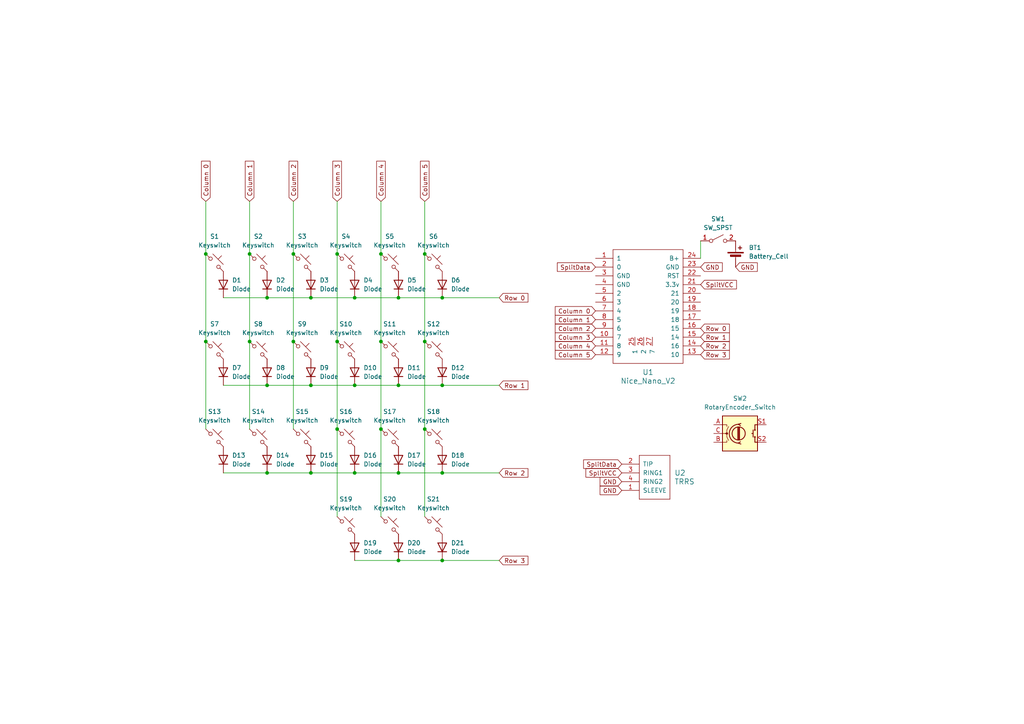
<source format=kicad_sch>
(kicad_sch (version 20250114) (generator "eeschema") (generator_version "9.0")
  (paper "A4")
  (lib_symbols
    (symbol "Device:Battery_Cell" (pin_numbers (hide yes)) (pin_names (offset 0) (hide yes))
      (property "Reference" "BT" (at 2.54 2.54 0))
      (property "Value" "Battery_Cell" (at 2.54 0 0))
      (symbol "Battery_Cell_0_1"
        (rectangle (start -2.286 1.778) (end 2.286 1.524) (fill (type outline)))
        (rectangle (start -1.524 1.016) (end 1.524 0.508) (fill (type outline)))
        (polyline (pts (xy 0 1.778) (xy 0 2.54)))
        (polyline (pts (xy 0 0.762) (xy 0 0)))
        (polyline (pts (xy 0.762 3.048) (xy 1.778 3.048)) (stroke (width 0.254)))
        (polyline (pts (xy 1.27 3.556) (xy 1.27 2.54)) (stroke (width 0.254)))
      )
      (symbol "Battery_Cell_1_1"
        (pin passive line (at 0 5.08 270) (length 2.54) (name "+") (number "1"))
        (pin passive line (at 0 -2.54 90) (length 2.54) (name "-") (number "2"))
      )
    )
    (symbol "Device:RotaryEncoder_Switch" (pin_names (offset 0.254) (hide yes))
      (property "Reference" "SW" (at 0 6.604 0))
      (property "Value" "RotaryEncoder_Switch" (at 0 -6.604 0))
      (symbol "RotaryEncoder_Switch_0_1"
        (rectangle (start -5.08 5.08) (end 5.08 -5.08) (stroke (width 0.254)) (fill (type background)))
        (polyline (pts (xy -5.08 2.54) (xy -3.81 2.54) (xy -3.81 2.032)))
        (polyline (pts (xy -5.08 0) (xy -3.81 0) (xy -3.81 -1.016) (xy -3.302 -2.032)))
        (polyline (pts (xy -5.08 -2.54) (xy -3.81 -2.54) (xy -3.81 -2.032)))
        (polyline (pts (xy -4.318 0) (xy -3.81 0) (xy -3.81 1.016) (xy -3.302 2.032)))
        (circle (center -3.81 0) (radius 0.254) (fill (type outline)))
        (polyline (pts (xy -0.635 -1.778) (xy -0.635 1.778)) (stroke (width 0.254)))
        (circle (center -0.381 0) (radius 1.905) (stroke (width 0.254)))
        (polyline (pts (xy -0.381 -1.778) (xy -0.381 1.778)) (stroke (width 0.254)))
        (arc (start -0.381 -2.794) (mid -3.0988 -0.0635) (end -0.381 2.667) (stroke (width 0.254)))
        (polyline (pts (xy -0.127 1.778) (xy -0.127 -1.778)) (stroke (width 0.254)))
        (polyline (pts (xy 0.254 2.921) (xy -0.508 2.667) (xy 0.127 2.286)) (stroke (width 0.254)))
        (polyline (pts (xy 0.254 -3.048) (xy -0.508 -2.794) (xy 0.127 -2.413)) (stroke (width 0.254)))
        (polyline (pts (xy 3.81 1.016) (xy 3.81 -1.016)) (stroke (width 0.254)))
        (polyline (pts (xy 3.81 0) (xy 3.429 0)) (stroke (width 0.254)))
        (circle (center 4.318 1.016) (radius 0.127) (stroke (width 0.254)))
        (circle (center 4.318 -1.016) (radius 0.127) (stroke (width 0.254)))
        (polyline (pts (xy 5.08 2.54) (xy 4.318 2.54) (xy 4.318 1.016)) (stroke (width 0.254)))
        (polyline (pts (xy 5.08 -2.54) (xy 4.318 -2.54) (xy 4.318 -1.016)) (stroke (width 0.254)))
      )
      (symbol "RotaryEncoder_Switch_1_1"
        (pin passive line (at -7.62 2.54 0) (length 2.54) (name "A") (number "A"))
        (pin passive line (at -7.62 0 0) (length 2.54) (name "C") (number "C"))
        (pin passive line (at -7.62 -2.54 0) (length 2.54) (name "B") (number "B"))
        (pin passive line (at 7.62 2.54 180) (length 2.54) (name "S1") (number "S1"))
        (pin passive line (at 7.62 -2.54 180) (length 2.54) (name "S2") (number "S2"))
      )
    )
    (symbol "ScottoKeebs:MCU_Nice_Nano_V2" (pin_names (offset 1.016))
      (property "Reference" "U" (at 0 0 0))
      (property "Value" "Nice_Nano_V2" (at 0 -19.05 0))
      (symbol "MCU_Nice_Nano_V2_0_1"
        (rectangle (start -10.16 16.51) (end 10.16 -16.51))
      )
      (symbol "MCU_Nice_Nano_V2_1_1"
        (pin input line (at -15.24 13.97 0) (length 5.08) (name "1") (number "1"))
        (pin input line (at -15.24 11.43 0) (length 5.08) (name "0") (number "2"))
        (pin input line (at -15.24 8.89 0) (length 5.08) (name "GND") (number "3"))
        (pin input line (at -15.24 6.35 0) (length 5.08) (name "GND") (number "4"))
        (pin input line (at -15.24 3.81 0) (length 5.08) (name "2") (number "5"))
        (pin input line (at -15.24 1.27 0) (length 5.08) (name "3") (number "6"))
        (pin input line (at -15.24 -1.27 0) (length 5.08) (name "4") (number "7"))
        (pin input line (at -15.24 -3.81 0) (length 5.08) (name "5") (number "8"))
        (pin input line (at -15.24 -6.35 0) (length 5.08) (name "6") (number "9"))
        (pin input line (at -15.24 -8.89 0) (length 5.08) (name "7") (number "10"))
        (pin input line (at -15.24 -11.43 0) (length 5.08) (name "8") (number "11"))
        (pin input line (at -15.24 -13.97 0) (length 5.08) (name "9") (number "12"))
        (pin input line (at -3.81 -8.89 270) (length 2.5) (name "1") (number "25"))
        (pin input line (at -1.27 -8.89 270) (length 2.5) (name "2") (number "26"))
        (pin input line (at 1.27 -8.89 270) (length 2.5) (name "7") (number "27"))
        (pin input line (at 15.24 13.97 180) (length 5.08) (name "B+") (number "24"))
        (pin input line (at 15.24 11.43 180) (length 5.08) (name "GND") (number "23"))
        (pin input line (at 15.24 8.89 180) (length 5.08) (name "RST") (number "22"))
        (pin input line (at 15.24 6.35 180) (length 5.08) (name "3.3v") (number "21"))
        (pin input line (at 15.24 3.81 180) (length 5.08) (name "21") (number "20"))
        (pin input line (at 15.24 1.27 180) (length 5.08) (name "20") (number "19"))
        (pin input line (at 15.24 -1.27 180) (length 5.08) (name "19") (number "18"))
        (pin input line (at 15.24 -3.81 180) (length 5.08) (name "18") (number "17"))
        (pin input line (at 15.24 -6.35 180) (length 5.08) (name "15") (number "16"))
        (pin input line (at 15.24 -8.89 180) (length 5.08) (name "14") (number "15"))
        (pin input line (at 15.24 -11.43 180) (length 5.08) (name "16") (number "14"))
        (pin input line (at 15.24 -13.97 180) (length 5.08) (name "10") (number "13"))
      )
    )
    (symbol "ScottoKeebs:Placeholder_Diode" (pin_numbers (hide yes)) (pin_names (hide yes))
      (property "Reference" "D" (at 0 2.54 0))
      (property "Value" "Diode" (at 0 -2.54 0))
      (symbol "Placeholder_Diode_0_1"
        (polyline (pts (xy -1.27 1.27) (xy -1.27 -1.27)) (stroke (width 0.254)))
        (polyline (pts (xy 1.27 1.27) (xy 1.27 -1.27) (xy -1.27 0) (xy 1.27 1.27)) (stroke (width 0.254)))
        (polyline (pts (xy 1.27 0) (xy -1.27 0)))
      )
      (symbol "Placeholder_Diode_1_1"
        (pin passive line (at -3.81 0 0) (length 2.54) (name "K") (number "1"))
        (pin passive line (at 3.81 0 180) (length 2.54) (name "A") (number "2"))
      )
    )
    (symbol "ScottoKeebs:Placeholder_Keyswitch" (pin_numbers (hide yes)) (pin_names (offset 1.016) (hide yes))
      (property "Reference" "S" (at 3.048 1.016 0))
      (property "Value" "Keyswitch" (at 0 -3.81 0))
      (symbol "Placeholder_Keyswitch_0_1"
        (polyline (pts (xy -2.54 2.54) (xy -1.524 1.524) (xy -1.524 1.524)))
        (circle (center -1.1684 1.1684) (radius 0.508))
        (polyline (pts (xy -0.508 2.54) (xy 2.54 -0.508)))
        (polyline (pts (xy 1.016 1.016) (xy 2.032 2.032)))
        (circle (center 1.143 -1.1938) (radius 0.508))
        (polyline (pts (xy 1.524 -1.524) (xy 2.54 -2.54) (xy 2.54 -2.54) (xy 2.54 -2.54)))
        (pin passive line (at -2.54 2.54 0) (length 0) (name "1") (number "1"))
        (pin passive line (at 2.54 -2.54 180) (length 0) (name "2") (number "2"))
      )
    )
    (symbol "ScottoKeebs:Placeholder_TRRS" (pin_names (offset 1.016))
      (property "Reference" "U" (at 0 15.24 0))
      (property "Value" "TRRS" (at 0 -2.54 0))
      (symbol "Placeholder_TRRS_0_1"
        (rectangle (start -3.81 12.7) (end 5.08 12.7))
        (rectangle (start -3.81 0) (end -3.81 12.7))
        (rectangle (start -3.81 0) (end 5.08 0))
        (rectangle (start 5.08 12.7) (end 5.08 0))
      )
      (symbol "Placeholder_TRRS_1_1"
        (pin input line (at -8.89 10.16 0) (length 5.08) (name "TIP") (number "2"))
        (pin input line (at -8.89 7.62 0) (length 5.08) (name "RING1") (number "3"))
        (pin input line (at -8.89 5.08 0) (length 5.08) (name "RING2") (number "4"))
        (pin input line (at -8.89 2.54 0) (length 5.08) (name "SLEEVE") (number "1"))
      )
    )
    (symbol "Switch:SW_SPST" (pin_names (offset 0) (hide yes))
      (property "Reference" "SW" (at 0 3.175 0))
      (property "Value" "SW_SPST" (at 0 -2.54 0))
      (symbol "SW_SPST_0_0"
        (circle (center -2.032 0) (radius 0.508))
        (polyline (pts (xy -1.524 0.254) (xy 1.524 1.778)))
        (circle (center 2.032 0) (radius 0.508))
      )
      (symbol "SW_SPST_1_1"
        (pin passive line (at -5.08 0 0) (length 2.54) (name "A") (number "1"))
        (pin passive line (at 5.08 0 180) (length 2.54) (name "B") (number "2"))
      )
    )
  )
  (junction (at 97.79 73.66))
  (junction (at 97.79 99.06))
  (junction (at 85.09 73.66))
  (junction (at 123.19 124.46))
  (junction (at 110.49 124.46))
  (junction (at 128.27 111.76))
  (junction (at 102.87 111.76))
  (junction (at 123.19 73.66))
  (junction (at 72.39 73.66))
  (junction (at 115.57 162.56))
  (junction (at 59.69 73.66))
  (junction (at 123.19 99.06))
  (junction (at 97.79 124.46))
  (junction (at 59.69 99.06))
  (junction (at 77.47 86.36))
  (junction (at 72.39 99.06))
  (junction (at 90.17 111.76))
  (junction (at 77.47 137.16))
  (junction (at 102.87 86.36))
  (junction (at 115.57 137.16))
  (junction (at 110.49 73.66))
  (junction (at 90.17 137.16))
  (junction (at 102.87 137.16))
  (junction (at 128.27 137.16))
  (junction (at 90.17 86.36))
  (junction (at 85.09 99.06))
  (junction (at 77.47 111.76))
  (junction (at 128.27 162.56))
  (junction (at 115.57 86.36))
  (junction (at 110.49 99.06))
  (junction (at 115.57 111.76))
  (junction (at 128.27 86.36))
  (wire (pts (xy 85.09 99.06) (xy 85.09 124.46)))
  (wire (pts (xy 128.27 137.16) (xy 144.78 137.16)))
  (wire (pts (xy 110.49 58.42) (xy 110.49 73.66)))
  (wire (pts (xy 90.17 111.76) (xy 102.87 111.76)))
  (wire (pts (xy 97.79 99.06) (xy 97.79 124.46)))
  (wire (pts (xy 90.17 137.16) (xy 102.87 137.16)))
  (wire (pts (xy 97.79 73.66) (xy 97.79 99.06)))
  (wire (pts (xy 115.57 162.56) (xy 128.27 162.56)))
  (wire (pts (xy 203.2 69.85) (xy 203.2 74.93)))
  (wire (pts (xy 59.69 58.42) (xy 59.69 73.66)))
  (wire (pts (xy 72.39 73.66) (xy 72.39 99.06)))
  (wire (pts (xy 102.87 111.76) (xy 115.57 111.76)))
  (wire (pts (xy 128.27 162.56) (xy 144.78 162.56)))
  (wire (pts (xy 110.49 73.66) (xy 110.49 99.06)))
  (wire (pts (xy 144.78 86.36) (xy 128.27 86.36)))
  (wire (pts (xy 64.77 111.76) (xy 77.47 111.76)))
  (wire (pts (xy 72.39 58.42) (xy 72.39 73.66)))
  (wire (pts (xy 64.77 137.16) (xy 77.47 137.16)))
  (wire (pts (xy 64.77 86.36) (xy 77.47 86.36)))
  (wire (pts (xy 123.19 73.66) (xy 123.19 99.06)))
  (wire (pts (xy 115.57 137.16) (xy 128.27 137.16)))
  (wire (pts (xy 85.09 73.66) (xy 85.09 99.06)))
  (wire (pts (xy 77.47 111.76) (xy 90.17 111.76)))
  (wire (pts (xy 115.57 86.36) (xy 128.27 86.36)))
  (wire (pts (xy 59.69 99.06) (xy 59.69 124.46)))
  (wire (pts (xy 115.57 111.76) (xy 128.27 111.76)))
  (wire (pts (xy 123.19 99.06) (xy 123.19 124.46)))
  (wire (pts (xy 97.79 124.46) (xy 97.79 149.86)))
  (wire (pts (xy 77.47 137.16) (xy 90.17 137.16)))
  (wire (pts (xy 97.79 58.42) (xy 97.79 73.66)))
  (wire (pts (xy 102.87 137.16) (xy 115.57 137.16)))
  (wire (pts (xy 90.17 86.36) (xy 102.87 86.36)))
  (wire (pts (xy 59.69 73.66) (xy 59.69 99.06)))
  (wire (pts (xy 72.39 99.06) (xy 72.39 124.46)))
  (wire (pts (xy 144.78 111.76) (xy 128.27 111.76)))
  (wire (pts (xy 123.19 124.46) (xy 123.19 149.86)))
  (wire (pts (xy 123.19 58.42) (xy 123.19 73.66)))
  (wire (pts (xy 102.87 86.36) (xy 115.57 86.36)))
  (wire (pts (xy 110.49 124.46) (xy 110.49 149.86)))
  (wire (pts (xy 85.09 58.42) (xy 85.09 73.66)))
  (wire (pts (xy 77.47 86.36) (xy 90.17 86.36)))
  (wire (pts (xy 102.87 162.56) (xy 115.57 162.56)))
  (wire (pts (xy 110.49 99.06) (xy 110.49 124.46)))
  (global_label "Column 2" (shape input) (at 85.09 58.42 90) (property "Intersheetrefs" "${INTERSHEET_REFS}" (effects (hide yes))))
  (global_label "GND" (shape input) (at 180.34 142.24 180) (property "Intersheetrefs" "${INTERSHEET_REFS}" (effects (hide yes))))
  (global_label "Row 1" (shape input) (at 144.78 111.76 0) (property "Intersheetrefs" "${INTERSHEET_REFS}" (effects (hide yes))))
  (global_label "SplitVCC" (shape input) (at 180.34 137.16 180) (property "Intersheetrefs" "${INTERSHEET_REFS}" (effects (hide yes))))
  (global_label "Column 5" (shape input) (at 123.19 58.42 90) (property "Intersheetrefs" "${INTERSHEET_REFS}" (effects (hide yes))))
  (global_label "Row 3" (shape input) (at 144.78 162.56 0) (property "Intersheetrefs" "${INTERSHEET_REFS}" (effects (hide yes))))
  (global_label "Column 3" (shape input) (at 172.72 97.79 180) (property "Intersheetrefs" "${INTERSHEET_REFS}" (effects (hide yes))))
  (global_label "Row 2" (shape input) (at 203.2 100.33 0) (property "Intersheetrefs" "${INTERSHEET_REFS}" (effects (hide yes))))
  (global_label "Column 1" (shape input) (at 172.72 92.71 180) (property "Intersheetrefs" "${INTERSHEET_REFS}" (effects (hide yes))))
  (global_label "Column 1" (shape input) (at 72.39 58.42 90) (property "Intersheetrefs" "${INTERSHEET_REFS}" (effects (hide yes))))
  (global_label "Row 0" (shape input) (at 203.2 95.25 0) (property "Intersheetrefs" "${INTERSHEET_REFS}" (effects (hide yes))))
  (global_label "Column 5" (shape input) (at 172.72 102.87 180) (property "Intersheetrefs" "${INTERSHEET_REFS}" (effects (hide yes))))
  (global_label "Column 4" (shape input) (at 172.72 100.33 180) (property "Intersheetrefs" "${INTERSHEET_REFS}" (effects (hide yes))))
  (global_label "SplitData" (shape input) (at 180.34 134.62 180) (property "Intersheetrefs" "${INTERSHEET_REFS}" (effects (hide yes))))
  (global_label "GND" (shape input) (at 180.34 139.7 180) (property "Intersheetrefs" "${INTERSHEET_REFS}" (effects (hide yes))))
  (global_label "Column 3" (shape input) (at 97.79 58.42 90) (property "Intersheetrefs" "${INTERSHEET_REFS}" (effects (hide yes))))
  (global_label "Row 1" (shape input) (at 203.2 97.79 0) (property "Intersheetrefs" "${INTERSHEET_REFS}" (effects (hide yes))))
  (global_label "SplitData" (shape input) (at 172.72 77.47 180) (property "Intersheetrefs" "${INTERSHEET_REFS}" (effects (hide yes))))
  (global_label "Row 3" (shape input) (at 203.2 102.87 0) (property "Intersheetrefs" "${INTERSHEET_REFS}" (effects (hide yes))))
  (global_label "GND" (shape input) (at 203.2 77.47 0) (property "Intersheetrefs" "${INTERSHEET_REFS}" (effects (hide yes))))
  (global_label "Column 0" (shape input) (at 172.72 90.17 180) (property "Intersheetrefs" "${INTERSHEET_REFS}" (effects (hide yes))))
  (global_label "SplitVCC" (shape input) (at 203.2 82.55 0) (property "Intersheetrefs" "${INTERSHEET_REFS}" (effects (hide yes))))
  (global_label "Column 0" (shape input) (at 59.69 58.42 90) (property "Intersheetrefs" "${INTERSHEET_REFS}" (effects (hide yes))))
  (global_label "Column 4" (shape input) (at 110.49 58.42 90) (property "Intersheetrefs" "${INTERSHEET_REFS}" (effects (hide yes))))
  (global_label "Row 2" (shape input) (at 144.78 137.16 0) (property "Intersheetrefs" "${INTERSHEET_REFS}" (effects (hide yes))))
  (global_label "Column 2" (shape input) (at 172.72 95.25 180) (property "Intersheetrefs" "${INTERSHEET_REFS}" (effects (hide yes))))
  (global_label "GND" (shape input) (at 213.36 77.47 0) (property "Intersheetrefs" "${INTERSHEET_REFS}" (effects (hide yes))))
  (global_label "Row 0" (shape input) (at 144.78 86.36 0) (property "Intersheetrefs" "${INTERSHEET_REFS}" (effects (hide yes))))
  (symbol (lib_id "ScottoKeebs:Placeholder_Keyswitch") (at 113.03 152.4 0) (unit 1)
    (property "Reference" "S20" (at 113.03 144.78 0))
    (property "Value" "Keyswitch" (at 113.03 147.32 0))
    (property "Footprint" "ScottoKeebs_Hotswap:Hotswap_Choc_V1_1.00u" (effects (hide yes)))
    (property "Description" "Push button switch, normally open, two pins, 45° tilted" (effects (hide yes)))
  )
  (symbol (lib_id "ScottoKeebs:Placeholder_Keyswitch") (at 74.93 127 0) (unit 1)
    (property "Reference" "S14" (at 74.93 119.38 0))
    (property "Value" "Keyswitch" (at 74.93 121.92 0))
    (property "Footprint" "ScottoKeebs_Hotswap:Hotswap_Choc_V1_1.00u" (effects (hide yes)))
    (property "Description" "Push button switch, normally open, two pins, 45° tilted" (effects (hide yes)))
  )
  (symbol (lib_id "ScottoKeebs:Placeholder_Keyswitch") (at 125.73 76.2 0) (unit 1)
    (property "Reference" "S6" (at 125.73 68.58 0))
    (property "Value" "Keyswitch" (at 125.73 71.12 0))
    (property "Footprint" "ScottoKeebs_Hotswap:Hotswap_Choc_V1_1.00u" (effects (hide yes)))
    (property "Description" "Push button switch, normally open, two pins, 45° tilted" (effects (hide yes)))
  )
  (symbol (lib_id "ScottoKeebs:Placeholder_Keyswitch") (at 74.93 76.2 0) (unit 1)
    (property "Reference" "S2" (at 74.93 68.58 0))
    (property "Value" "Keyswitch" (at 74.93 71.12 0))
    (property "Footprint" "ScottoKeebs_Hotswap:Hotswap_Choc_V1_1.00u" (effects (hide yes)))
    (property "Description" "Push button switch, normally open, two pins, 45° tilted" (effects (hide yes)))
  )
  (symbol (lib_id "ScottoKeebs:Placeholder_Diode") (at 77.47 107.95 90) (unit 1)
    (property "Reference" "D8" (at 80.01 106.6799 90) (effects (justify right)))
    (property "Value" "Diode" (at 80.01 109.2199 90) (effects (justify right)))
    (property "Footprint" "ScottoKeebs_Components:Diode_SOD-123" (effects (hide yes)))
    (property "Description" "1N4148 (DO-35) or 1N4148W (SOD-123)" (effects (hide yes)))
    (property "Sim.Device" "D" (effects (hide yes)))
    (property "Sim.Pins" "1=K 2=A" (effects (hide yes)))
  )
  (symbol (lib_id "ScottoKeebs:Placeholder_Keyswitch") (at 100.33 152.4 0) (unit 1)
    (property "Reference" "S19" (at 100.33 144.78 0))
    (property "Value" "Keyswitch" (at 100.33 147.32 0))
    (property "Footprint" "ScottoKeebs_Hotswap:Hotswap_Choc_V1_1.00u" (effects (hide yes)))
    (property "Description" "Push button switch, normally open, two pins, 45° tilted" (effects (hide yes)))
  )
  (symbol (lib_id "Device:RotaryEncoder_Switch") (at 214.63 125.73 0) (unit 1)
    (property "Reference" "SW2" (at 214.63 115.57 0))
    (property "Value" "RotaryEncoder_Switch" (at 214.63 118.11 0))
    (property "Footprint" "ScottoKeebs_Scotto:Encoder_EC11_MX" (effects (hide yes)))
    (property "Description" "Rotary encoder, dual channel, incremental quadrate outputs, with switch" (effects (hide yes)))
  )
  (symbol (lib_id "ScottoKeebs:Placeholder_Keyswitch") (at 87.63 127 0) (unit 1)
    (property "Reference" "S15" (at 87.63 119.38 0))
    (property "Value" "Keyswitch" (at 87.63 121.92 0))
    (property "Footprint" "ScottoKeebs_Hotswap:Hotswap_Choc_V1_1.00u" (effects (hide yes)))
    (property "Description" "Push button switch, normally open, two pins, 45° tilted" (effects (hide yes)))
  )
  (symbol (lib_id "ScottoKeebs:Placeholder_Keyswitch") (at 74.93 101.6 0) (unit 1)
    (property "Reference" "S8" (at 74.93 93.98 0))
    (property "Value" "Keyswitch" (at 74.93 96.52 0))
    (property "Footprint" "ScottoKeebs_Hotswap:Hotswap_Choc_V1_1.00u" (effects (hide yes)))
    (property "Description" "Push button switch, normally open, two pins, 45° tilted" (effects (hide yes)))
  )
  (symbol (lib_id "ScottoKeebs:Placeholder_TRRS") (at 189.23 144.78 0) (unit 1)
    (property "Reference" "U2" (at 195.58 137.1599 0) (effects (font (size 1.524 1.524)) (justify left)))
    (property "Value" "TRRS" (at 195.58 139.6999 0) (effects (font (size 1.524 1.524)) (justify left)))
    (property "Footprint" "ScottoKeebs_Components:TRRS_PJ-320A" (effects (hide yes)))
  )
  (symbol (lib_id "ScottoKeebs:MCU_Nice_Nano_V2") (at 187.96 88.9 0) (unit 1)
    (property "Reference" "U1" (at 187.96 107.95 0) (effects (font (size 1.524 1.524))))
    (property "Value" "Nice_Nano_V2" (at 187.96 110.49 0) (effects (font (size 1.524 1.524))))
    (property "Footprint" "ScottoKeebs_MCU:Nice_Nano_V2" (effects (hide yes)))
  )
  (symbol (lib_id "ScottoKeebs:Placeholder_Diode") (at 115.57 107.95 90) (unit 1)
    (property "Reference" "D11" (at 118.11 106.6799 90) (effects (justify right)))
    (property "Value" "Diode" (at 118.11 109.2199 90) (effects (justify right)))
    (property "Footprint" "ScottoKeebs_Components:Diode_SOD-123" (effects (hide yes)))
    (property "Description" "1N4148 (DO-35) or 1N4148W (SOD-123)" (effects (hide yes)))
    (property "Sim.Device" "D" (effects (hide yes)))
    (property "Sim.Pins" "1=K 2=A" (effects (hide yes)))
  )
  (symbol (lib_id "ScottoKeebs:Placeholder_Diode") (at 77.47 82.55 90) (unit 1)
    (property "Reference" "D2" (at 80.01 81.2799 90) (effects (justify right)))
    (property "Value" "Diode" (at 80.01 83.8199 90) (effects (justify right)))
    (property "Footprint" "ScottoKeebs_Components:Diode_SOD-123" (effects (hide yes)))
    (property "Description" "1N4148 (DO-35) or 1N4148W (SOD-123)" (effects (hide yes)))
    (property "Sim.Device" "D" (effects (hide yes)))
    (property "Sim.Pins" "1=K 2=A" (effects (hide yes)))
  )
  (symbol (lib_id "ScottoKeebs:Placeholder_Diode") (at 64.77 133.35 90) (unit 1)
    (property "Reference" "D13" (at 67.31 132.0799 90) (effects (justify right)))
    (property "Value" "Diode" (at 67.31 134.6199 90) (effects (justify right)))
    (property "Footprint" "ScottoKeebs_Components:Diode_SOD-123" (effects (hide yes)))
    (property "Description" "1N4148 (DO-35) or 1N4148W (SOD-123)" (effects (hide yes)))
    (property "Sim.Device" "D" (effects (hide yes)))
    (property "Sim.Pins" "1=K 2=A" (effects (hide yes)))
  )
  (symbol (lib_id "ScottoKeebs:Placeholder_Diode") (at 115.57 158.75 90) (unit 1)
    (property "Reference" "D20" (at 118.11 157.4799 90) (effects (justify right)))
    (property "Value" "Diode" (at 118.11 160.0199 90) (effects (justify right)))
    (property "Footprint" "ScottoKeebs_Components:Diode_SOD-123" (effects (hide yes)))
    (property "Description" "1N4148 (DO-35) or 1N4148W (SOD-123)" (effects (hide yes)))
    (property "Sim.Device" "D" (effects (hide yes)))
    (property "Sim.Pins" "1=K 2=A" (effects (hide yes)))
  )
  (symbol (lib_id "ScottoKeebs:Placeholder_Keyswitch") (at 62.23 101.6 0) (unit 1)
    (property "Reference" "S7" (at 62.23 93.98 0))
    (property "Value" "Keyswitch" (at 62.23 96.52 0))
    (property "Footprint" "ScottoKeebs_Hotswap:Hotswap_Choc_V1_1.00u" (effects (hide yes)))
    (property "Description" "Push button switch, normally open, two pins, 45° tilted" (effects (hide yes)))
  )
  (symbol (lib_id "ScottoKeebs:Placeholder_Diode") (at 128.27 133.35 90) (unit 1)
    (property "Reference" "D18" (at 130.81 132.0799 90) (effects (justify right)))
    (property "Value" "Diode" (at 130.81 134.6199 90) (effects (justify right)))
    (property "Footprint" "ScottoKeebs_Components:Diode_SOD-123" (effects (hide yes)))
    (property "Description" "1N4148 (DO-35) or 1N4148W (SOD-123)" (effects (hide yes)))
    (property "Sim.Device" "D" (effects (hide yes)))
    (property "Sim.Pins" "1=K 2=A" (effects (hide yes)))
  )
  (symbol (lib_id "ScottoKeebs:Placeholder_Keyswitch") (at 87.63 76.2 0) (unit 1)
    (property "Reference" "S3" (at 87.63 68.58 0))
    (property "Value" "Keyswitch" (at 87.63 71.12 0))
    (property "Footprint" "ScottoKeebs_Hotswap:Hotswap_Choc_V1_1.00u" (effects (hide yes)))
    (property "Description" "Push button switch, normally open, two pins, 45° tilted" (effects (hide yes)))
  )
  (symbol (lib_id "ScottoKeebs:Placeholder_Diode") (at 128.27 158.75 90) (unit 1)
    (property "Reference" "D21" (at 130.81 157.4799 90) (effects (justify right)))
    (property "Value" "Diode" (at 130.81 160.0199 90) (effects (justify right)))
    (property "Footprint" "ScottoKeebs_Components:Diode_SOD-123" (effects (hide yes)))
    (property "Description" "1N4148 (DO-35) or 1N4148W (SOD-123)" (effects (hide yes)))
    (property "Sim.Device" "D" (effects (hide yes)))
    (property "Sim.Pins" "1=K 2=A" (effects (hide yes)))
  )
  (symbol (lib_id "ScottoKeebs:Placeholder_Diode") (at 77.47 133.35 90) (unit 1)
    (property "Reference" "D14" (at 80.01 132.0799 90) (effects (justify right)))
    (property "Value" "Diode" (at 80.01 134.6199 90) (effects (justify right)))
    (property "Footprint" "ScottoKeebs_Components:Diode_SOD-123" (effects (hide yes)))
    (property "Description" "1N4148 (DO-35) or 1N4148W (SOD-123)" (effects (hide yes)))
    (property "Sim.Device" "D" (effects (hide yes)))
    (property "Sim.Pins" "1=K 2=A" (effects (hide yes)))
  )
  (symbol (lib_id "ScottoKeebs:Placeholder_Diode") (at 102.87 82.55 90) (unit 1)
    (property "Reference" "D4" (at 105.41 81.2799 90) (effects (justify right)))
    (property "Value" "Diode" (at 105.41 83.8199 90) (effects (justify right)))
    (property "Footprint" "ScottoKeebs_Components:Diode_SOD-123" (effects (hide yes)))
    (property "Description" "1N4148 (DO-35) or 1N4148W (SOD-123)" (effects (hide yes)))
    (property "Sim.Device" "D" (effects (hide yes)))
    (property "Sim.Pins" "1=K 2=A" (effects (hide yes)))
  )
  (symbol (lib_id "ScottoKeebs:Placeholder_Keyswitch") (at 87.63 101.6 0) (unit 1)
    (property "Reference" "S9" (at 87.63 93.98 0))
    (property "Value" "Keyswitch" (at 87.63 96.52 0))
    (property "Footprint" "ScottoKeebs_Hotswap:Hotswap_Choc_V1_1.00u" (effects (hide yes)))
    (property "Description" "Push button switch, normally open, two pins, 45° tilted" (effects (hide yes)))
  )
  (symbol (lib_id "ScottoKeebs:Placeholder_Diode") (at 102.87 158.75 90) (unit 1)
    (property "Reference" "D19" (at 105.41 157.4799 90) (effects (justify right)))
    (property "Value" "Diode" (at 105.41 160.0199 90) (effects (justify right)))
    (property "Footprint" "ScottoKeebs_Components:Diode_SOD-123" (effects (hide yes)))
    (property "Description" "1N4148 (DO-35) or 1N4148W (SOD-123)" (effects (hide yes)))
    (property "Sim.Device" "D" (effects (hide yes)))
    (property "Sim.Pins" "1=K 2=A" (effects (hide yes)))
  )
  (symbol (lib_id "ScottoKeebs:Placeholder_Keyswitch") (at 125.73 101.6 0) (unit 1)
    (property "Reference" "S12" (at 125.73 93.98 0))
    (property "Value" "Keyswitch" (at 125.73 96.52 0))
    (property "Footprint" "ScottoKeebs_Hotswap:Hotswap_Choc_V1_1.00u" (effects (hide yes)))
    (property "Description" "Push button switch, normally open, two pins, 45° tilted" (effects (hide yes)))
  )
  (symbol (lib_id "ScottoKeebs:Placeholder_Keyswitch") (at 100.33 76.2 0) (unit 1)
    (property "Reference" "S4" (at 100.33 68.58 0))
    (property "Value" "Keyswitch" (at 100.33 71.12 0))
    (property "Footprint" "ScottoKeebs_Hotswap:Hotswap_Choc_V1_1.00u" (effects (hide yes)))
    (property "Description" "Push button switch, normally open, two pins, 45° tilted" (effects (hide yes)))
  )
  (symbol (lib_id "ScottoKeebs:Placeholder_Diode") (at 115.57 133.35 90) (unit 1)
    (property "Reference" "D17" (at 118.11 132.0799 90) (effects (justify right)))
    (property "Value" "Diode" (at 118.11 134.6199 90) (effects (justify right)))
    (property "Footprint" "ScottoKeebs_Components:Diode_SOD-123" (effects (hide yes)))
    (property "Description" "1N4148 (DO-35) or 1N4148W (SOD-123)" (effects (hide yes)))
    (property "Sim.Device" "D" (effects (hide yes)))
    (property "Sim.Pins" "1=K 2=A" (effects (hide yes)))
  )
  (symbol (lib_id "ScottoKeebs:Placeholder_Keyswitch") (at 62.23 127 0) (unit 1)
    (property "Reference" "S13" (at 62.23 119.38 0))
    (property "Value" "Keyswitch" (at 62.23 121.92 0))
    (property "Footprint" "ScottoKeebs_Hotswap:Hotswap_Choc_V1_1.00u" (effects (hide yes)))
    (property "Description" "Push button switch, normally open, two pins, 45° tilted" (effects (hide yes)))
  )
  (symbol (lib_id "ScottoKeebs:Placeholder_Diode") (at 90.17 82.55 90) (unit 1)
    (property "Reference" "D3" (at 92.71 81.2799 90) (effects (justify right)))
    (property "Value" "Diode" (at 92.71 83.8199 90) (effects (justify right)))
    (property "Footprint" "ScottoKeebs_Components:Diode_SOD-123" (effects (hide yes)))
    (property "Description" "1N4148 (DO-35) or 1N4148W (SOD-123)" (effects (hide yes)))
    (property "Sim.Device" "D" (effects (hide yes)))
    (property "Sim.Pins" "1=K 2=A" (effects (hide yes)))
  )
  (symbol (lib_id "Device:Battery_Cell") (at 213.36 74.93 0) (unit 1)
    (property "Reference" "BT1" (at 217.17 71.8184 0) (effects (justify left)))
    (property "Value" "Battery_Cell" (at 217.17 74.3584 0) (effects (justify left)))
    (property "Footprint" "Connector_JST:JST_PH_S2B-PH-K_1x02_P2.00mm_Horizontal" (effects (hide yes)))
    (property "Description" "Single-cell battery" (effects (hide yes)))
  )
  (symbol (lib_id "ScottoKeebs:Placeholder_Keyswitch") (at 113.03 127 0) (unit 1)
    (property "Reference" "S17" (at 113.03 119.38 0))
    (property "Value" "Keyswitch" (at 113.03 121.92 0))
    (property "Footprint" "ScottoKeebs_Hotswap:Hotswap_Choc_V1_1.00u" (effects (hide yes)))
    (property "Description" "Push button switch, normally open, two pins, 45° tilted" (effects (hide yes)))
  )
  (symbol (lib_id "ScottoKeebs:Placeholder_Diode") (at 90.17 107.95 90) (unit 1)
    (property "Reference" "D9" (at 92.71 106.6799 90) (effects (justify right)))
    (property "Value" "Diode" (at 92.71 109.2199 90) (effects (justify right)))
    (property "Footprint" "ScottoKeebs_Components:Diode_SOD-123" (effects (hide yes)))
    (property "Description" "1N4148 (DO-35) or 1N4148W (SOD-123)" (effects (hide yes)))
    (property "Sim.Device" "D" (effects (hide yes)))
    (property "Sim.Pins" "1=K 2=A" (effects (hide yes)))
  )
  (symbol (lib_id "ScottoKeebs:Placeholder_Keyswitch") (at 125.73 127 0) (unit 1)
    (property "Reference" "S18" (at 125.73 119.38 0))
    (property "Value" "Keyswitch" (at 125.73 121.92 0))
    (property "Footprint" "ScottoKeebs_Hotswap:Hotswap_Choc_V1_1.00u" (effects (hide yes)))
    (property "Description" "Push button switch, normally open, two pins, 45° tilted" (effects (hide yes)))
  )
  (symbol (lib_id "ScottoKeebs:Placeholder_Keyswitch") (at 125.73 152.4 0) (unit 1)
    (property "Reference" "S21" (at 125.73 144.78 0))
    (property "Value" "Keyswitch" (at 125.73 147.32 0))
    (property "Footprint" "ScottoKeebs_Hotswap:Hotswap_Choc_V1_1.50u_90deg" (effects (hide yes)))
    (property "Description" "Push button switch, normally open, two pins, 45° tilted" (effects (hide yes)))
  )
  (symbol (lib_id "ScottoKeebs:Placeholder_Diode") (at 64.77 82.55 90) (unit 1)
    (property "Reference" "D1" (at 67.31 81.2799 90) (effects (justify right)))
    (property "Value" "Diode" (at 67.31 83.8199 90) (effects (justify right)))
    (property "Footprint" "ScottoKeebs_Components:Diode_SOD-123" (effects (hide yes)))
    (property "Description" "1N4148 (DO-35) or 1N4148W (SOD-123)" (effects (hide yes)))
    (property "Sim.Device" "D" (effects (hide yes)))
    (property "Sim.Pins" "1=K 2=A" (effects (hide yes)))
  )
  (symbol (lib_id "ScottoKeebs:Placeholder_Diode") (at 128.27 107.95 90) (unit 1)
    (property "Reference" "D12" (at 130.81 106.6799 90) (effects (justify right)))
    (property "Value" "Diode" (at 130.81 109.2199 90) (effects (justify right)))
    (property "Footprint" "ScottoKeebs_Components:Diode_SOD-123" (effects (hide yes)))
    (property "Description" "1N4148 (DO-35) or 1N4148W (SOD-123)" (effects (hide yes)))
    (property "Sim.Device" "D" (effects (hide yes)))
    (property "Sim.Pins" "1=K 2=A" (effects (hide yes)))
  )
  (symbol (lib_id "ScottoKeebs:Placeholder_Diode") (at 115.57 82.55 90) (unit 1)
    (property "Reference" "D5" (at 118.11 81.2799 90) (effects (justify right)))
    (property "Value" "Diode" (at 118.11 83.8199 90) (effects (justify right)))
    (property "Footprint" "ScottoKeebs_Components:Diode_SOD-123" (effects (hide yes)))
    (property "Description" "1N4148 (DO-35) or 1N4148W (SOD-123)" (effects (hide yes)))
    (property "Sim.Device" "D" (effects (hide yes)))
    (property "Sim.Pins" "1=K 2=A" (effects (hide yes)))
  )
  (symbol (lib_id "Switch:SW_SPST") (at 208.28 69.85 0) (unit 1)
    (property "Reference" "SW1" (at 208.28 63.5 0))
    (property "Value" "SW_SPST" (at 208.28 66.04 0))
    (property "Footprint" "Button_Switch_THT:SW_Slide_SPDT_Straight_CK_OS102011MS2Q" (effects (hide yes)))
    (property "Description" "Single Pole Single Throw (SPST) switch" (effects (hide yes)))
  )
  (symbol (lib_id "ScottoKeebs:Placeholder_Diode") (at 128.27 82.55 90) (unit 1)
    (property "Reference" "D6" (at 130.81 81.2799 90) (effects (justify right)))
    (property "Value" "Diode" (at 130.81 83.8199 90) (effects (justify right)))
    (property "Footprint" "ScottoKeebs_Components:Diode_SOD-123" (effects (hide yes)))
    (property "Description" "1N4148 (DO-35) or 1N4148W (SOD-123)" (effects (hide yes)))
    (property "Sim.Device" "D" (effects (hide yes)))
    (property "Sim.Pins" "1=K 2=A" (effects (hide yes)))
  )
  (symbol (lib_id "ScottoKeebs:Placeholder_Keyswitch") (at 100.33 127 0) (unit 1)
    (property "Reference" "S16" (at 100.33 119.38 0))
    (property "Value" "Keyswitch" (at 100.33 121.92 0))
    (property "Footprint" "ScottoKeebs_Hotswap:Hotswap_Choc_V1_1.00u" (effects (hide yes)))
    (property "Description" "Push button switch, normally open, two pins, 45° tilted" (effects (hide yes)))
  )
  (symbol (lib_id "ScottoKeebs:Placeholder_Keyswitch") (at 113.03 101.6 0) (unit 1)
    (property "Reference" "S11" (at 113.03 93.98 0))
    (property "Value" "Keyswitch" (at 113.03 96.52 0))
    (property "Footprint" "ScottoKeebs_Hotswap:Hotswap_Choc_V1_1.00u" (effects (hide yes)))
    (property "Description" "Push button switch, normally open, two pins, 45° tilted" (effects (hide yes)))
  )
  (symbol (lib_id "ScottoKeebs:Placeholder_Keyswitch") (at 113.03 76.2 0) (unit 1)
    (property "Reference" "S5" (at 113.03 68.58 0))
    (property "Value" "Keyswitch" (at 113.03 71.12 0))
    (property "Footprint" "ScottoKeebs_Hotswap:Hotswap_Choc_V1_1.00u" (effects (hide yes)))
    (property "Description" "Push button switch, normally open, two pins, 45° tilted" (effects (hide yes)))
  )
  (symbol (lib_id "ScottoKeebs:Placeholder_Keyswitch") (at 62.23 76.2 0) (unit 1)
    (property "Reference" "S1" (at 62.23 68.58 0))
    (property "Value" "Keyswitch" (at 62.23 71.12 0))
    (property "Footprint" "ScottoKeebs_Hotswap:Hotswap_Choc_V1_1.00u" (effects (hide yes)))
    (property "Description" "Push button switch, normally open, two pins, 45° tilted" (effects (hide yes)))
  )
  (symbol (lib_id "ScottoKeebs:Placeholder_Diode") (at 90.17 133.35 90) (unit 1)
    (property "Reference" "D15" (at 92.71 132.0799 90) (effects (justify right)))
    (property "Value" "Diode" (at 92.71 134.6199 90) (effects (justify right)))
    (property "Footprint" "ScottoKeebs_Components:Diode_SOD-123" (effects (hide yes)))
    (property "Description" "1N4148 (DO-35) or 1N4148W (SOD-123)" (effects (hide yes)))
    (property "Sim.Device" "D" (effects (hide yes)))
    (property "Sim.Pins" "1=K 2=A" (effects (hide yes)))
  )
  (symbol (lib_id "ScottoKeebs:Placeholder_Diode") (at 64.77 107.95 90) (unit 1)
    (property "Reference" "D7" (at 67.31 106.6799 90) (effects (justify right)))
    (property "Value" "Diode" (at 67.31 109.2199 90) (effects (justify right)))
    (property "Footprint" "ScottoKeebs_Components:Diode_SOD-123" (effects (hide yes)))
    (property "Description" "1N4148 (DO-35) or 1N4148W (SOD-123)" (effects (hide yes)))
    (property "Sim.Device" "D" (effects (hide yes)))
    (property "Sim.Pins" "1=K 2=A" (effects (hide yes)))
  )
  (symbol (lib_id "ScottoKeebs:Placeholder_Diode") (at 102.87 107.95 90) (unit 1)
    (property "Reference" "D10" (at 105.41 106.6799 90) (effects (justify right)))
    (property "Value" "Diode" (at 105.41 109.2199 90) (effects (justify right)))
    (property "Footprint" "ScottoKeebs_Components:Diode_SOD-123" (effects (hide yes)))
    (property "Description" "1N4148 (DO-35) or 1N4148W (SOD-123)" (effects (hide yes)))
    (property "Sim.Device" "D" (effects (hide yes)))
    (property "Sim.Pins" "1=K 2=A" (effects (hide yes)))
  )
  (symbol (lib_id "ScottoKeebs:Placeholder_Diode") (at 102.87 133.35 90) (unit 1)
    (property "Reference" "D16" (at 105.41 132.0799 90) (effects (justify right)))
    (property "Value" "Diode" (at 105.41 134.6199 90) (effects (justify right)))
    (property "Footprint" "ScottoKeebs_Components:Diode_SOD-123" (effects (hide yes)))
    (property "Description" "1N4148 (DO-35) or 1N4148W (SOD-123)" (effects (hide yes)))
    (property "Sim.Device" "D" (effects (hide yes)))
    (property "Sim.Pins" "1=K 2=A" (effects (hide yes)))
  )
  (symbol (lib_id "ScottoKeebs:Placeholder_Keyswitch") (at 100.33 101.6 0) (unit 1)
    (property "Reference" "S10" (at 100.33 93.98 0))
    (property "Value" "Keyswitch" (at 100.33 96.52 0))
    (property "Footprint" "ScottoKeebs_Hotswap:Hotswap_Choc_V1_1.00u" (effects (hide yes)))
    (property "Description" "Push button switch, normally open, two pins, 45° tilted" (effects (hide yes)))
  )
)
</source>
